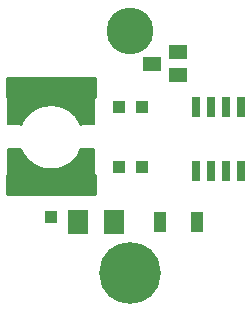
<source format=gts>
G75*
%MOIN*%
%OFA0B0*%
%FSLAX25Y25*%
%IPPOS*%
%LPD*%
%AMOC8*
5,1,8,0,0,1.08239X$1,22.5*
%
%ADD10C,0.01000*%
%ADD11R,0.05600X0.05600*%
%ADD12C,0.00500*%
%ADD13C,0.00160*%
%ADD14R,0.06112X0.04537*%
%ADD15R,0.04143X0.06899*%
%ADD16R,0.02765X0.06506*%
%ADD17R,0.06899X0.08080*%
%ADD18C,0.15600*%
%ADD19C,0.20600*%
%ADD20R,0.04362X0.04362*%
D10*
X0046125Y0039938D02*
X0046125Y0046187D01*
X0075188Y0046187D01*
X0075188Y0039938D01*
X0046125Y0039938D01*
X0046125Y0040442D02*
X0075188Y0040442D01*
X0075188Y0041440D02*
X0046125Y0041440D01*
X0046125Y0042439D02*
X0075188Y0042439D01*
X0075188Y0043437D02*
X0046125Y0043437D01*
X0046125Y0044436D02*
X0075188Y0044436D01*
X0075188Y0045434D02*
X0046125Y0045434D01*
X0046125Y0072438D02*
X0046125Y0078688D01*
X0075188Y0078688D01*
X0075188Y0072438D01*
X0046125Y0072438D01*
X0046125Y0073393D02*
X0075188Y0073393D01*
X0075188Y0074391D02*
X0046125Y0074391D01*
X0046125Y0075390D02*
X0075188Y0075390D01*
X0075188Y0076388D02*
X0046125Y0076388D01*
X0046125Y0077387D02*
X0075188Y0077387D01*
X0075188Y0078385D02*
X0046125Y0078385D01*
D11*
X0072311Y0070811D03*
X0072311Y0047189D03*
D12*
X0074870Y0047363D02*
X0046130Y0047363D01*
X0046130Y0046865D02*
X0074870Y0046865D01*
X0074870Y0046366D02*
X0046130Y0046366D01*
X0046130Y0045868D02*
X0074870Y0045868D01*
X0074870Y0045369D02*
X0046130Y0045369D01*
X0046130Y0044870D02*
X0074870Y0044870D01*
X0074870Y0044630D02*
X0074870Y0054866D01*
X0070343Y0054866D01*
X0070021Y0053583D01*
X0069493Y0052371D01*
X0068773Y0051261D01*
X0067881Y0050284D01*
X0066841Y0049467D01*
X0065681Y0048832D01*
X0064432Y0048396D01*
X0063129Y0048170D01*
X0061806Y0048162D01*
X0060500Y0048370D01*
X0059201Y0048209D01*
X0057894Y0048253D01*
X0056609Y0048501D01*
X0055379Y0048947D01*
X0054233Y0049580D01*
X0053201Y0050384D01*
X0052308Y0051340D01*
X0051574Y0052424D01*
X0051020Y0053609D01*
X0050657Y0054866D01*
X0046130Y0054866D01*
X0046130Y0044630D01*
X0074870Y0044630D01*
X0074870Y0047862D02*
X0046130Y0047862D01*
X0046130Y0048360D02*
X0057338Y0048360D01*
X0055622Y0048859D02*
X0046130Y0048859D01*
X0046130Y0049357D02*
X0054636Y0049357D01*
X0053879Y0049856D02*
X0046130Y0049856D01*
X0046130Y0050354D02*
X0053239Y0050354D01*
X0052763Y0050853D02*
X0046130Y0050853D01*
X0046130Y0051351D02*
X0052300Y0051351D01*
X0051963Y0051850D02*
X0046130Y0051850D01*
X0046130Y0052348D02*
X0051625Y0052348D01*
X0051376Y0052847D02*
X0046130Y0052847D01*
X0046130Y0053345D02*
X0051143Y0053345D01*
X0050952Y0053844D02*
X0046130Y0053844D01*
X0046130Y0054342D02*
X0050808Y0054342D01*
X0050665Y0054841D02*
X0046130Y0054841D01*
X0046130Y0063134D02*
X0046130Y0073370D01*
X0074870Y0073370D01*
X0074870Y0063134D01*
X0070343Y0063134D01*
X0069980Y0064391D01*
X0069426Y0065576D01*
X0068692Y0066660D01*
X0067799Y0067616D01*
X0066767Y0068420D01*
X0065621Y0069053D01*
X0064391Y0069499D01*
X0063106Y0069747D01*
X0061799Y0069791D01*
X0060500Y0069630D01*
X0059194Y0069838D01*
X0057871Y0069830D01*
X0056568Y0069604D01*
X0055319Y0069168D01*
X0054159Y0068533D01*
X0053119Y0067716D01*
X0052227Y0066739D01*
X0051507Y0065629D01*
X0050979Y0064417D01*
X0050657Y0063134D01*
X0046130Y0063134D01*
X0046130Y0063315D02*
X0050703Y0063315D01*
X0050828Y0063814D02*
X0046130Y0063814D01*
X0046130Y0064312D02*
X0050953Y0064312D01*
X0051151Y0064811D02*
X0046130Y0064811D01*
X0046130Y0065309D02*
X0051368Y0065309D01*
X0051623Y0065808D02*
X0046130Y0065808D01*
X0046130Y0066306D02*
X0051947Y0066306D01*
X0052287Y0066805D02*
X0046130Y0066805D01*
X0046130Y0067303D02*
X0052743Y0067303D01*
X0053229Y0067802D02*
X0046130Y0067802D01*
X0046130Y0068301D02*
X0053864Y0068301D01*
X0054646Y0068799D02*
X0046130Y0068799D01*
X0046130Y0069298D02*
X0055691Y0069298D01*
X0057677Y0069796D02*
X0046130Y0069796D01*
X0046130Y0070295D02*
X0074870Y0070295D01*
X0074870Y0070793D02*
X0046130Y0070793D01*
X0046130Y0071292D02*
X0074870Y0071292D01*
X0074870Y0071790D02*
X0046130Y0071790D01*
X0046130Y0072289D02*
X0074870Y0072289D01*
X0074870Y0072787D02*
X0046130Y0072787D01*
X0046130Y0073286D02*
X0074870Y0073286D01*
X0074870Y0069796D02*
X0059459Y0069796D01*
X0064947Y0069298D02*
X0074870Y0069298D01*
X0074870Y0068799D02*
X0066081Y0068799D01*
X0066920Y0068301D02*
X0074870Y0068301D01*
X0074870Y0067802D02*
X0067560Y0067802D01*
X0068091Y0067303D02*
X0074870Y0067303D01*
X0074870Y0066805D02*
X0068557Y0066805D01*
X0068932Y0066306D02*
X0074870Y0066306D01*
X0074870Y0065808D02*
X0069269Y0065808D01*
X0069551Y0065309D02*
X0074870Y0065309D01*
X0074870Y0064811D02*
X0069784Y0064811D01*
X0070003Y0064312D02*
X0074870Y0064312D01*
X0074870Y0063814D02*
X0070147Y0063814D01*
X0070290Y0063315D02*
X0074870Y0063315D01*
X0074870Y0054841D02*
X0070336Y0054841D01*
X0070211Y0054342D02*
X0074870Y0054342D01*
X0074870Y0053844D02*
X0070086Y0053844D01*
X0069917Y0053345D02*
X0074870Y0053345D01*
X0074870Y0052847D02*
X0069700Y0052847D01*
X0069478Y0052348D02*
X0074870Y0052348D01*
X0074870Y0051850D02*
X0069155Y0051850D01*
X0068831Y0051351D02*
X0074870Y0051351D01*
X0074870Y0050853D02*
X0068400Y0050853D01*
X0067944Y0050354D02*
X0074870Y0050354D01*
X0074870Y0049856D02*
X0067335Y0049856D01*
X0066639Y0049357D02*
X0074870Y0049357D01*
X0074870Y0048859D02*
X0065729Y0048859D01*
X0064225Y0048360D02*
X0074870Y0048360D01*
X0060563Y0048360D02*
X0060419Y0048360D01*
D13*
X0071604Y0063643D02*
X0070277Y0063085D01*
X0070172Y0063323D01*
X0070060Y0063558D01*
X0069944Y0063790D01*
X0069821Y0064019D01*
X0069693Y0064245D01*
X0069559Y0064468D01*
X0069420Y0064688D01*
X0069276Y0064904D01*
X0069126Y0065117D01*
X0068972Y0065326D01*
X0068812Y0065531D01*
X0068647Y0065732D01*
X0068478Y0065929D01*
X0068304Y0066122D01*
X0068125Y0066310D01*
X0067941Y0066494D01*
X0067753Y0066674D01*
X0067561Y0066849D01*
X0067364Y0067019D01*
X0067164Y0067184D01*
X0066959Y0067345D01*
X0066751Y0067500D01*
X0066539Y0067650D01*
X0066323Y0067796D01*
X0066104Y0067935D01*
X0065882Y0068070D01*
X0065656Y0068198D01*
X0065427Y0068322D01*
X0065195Y0068440D01*
X0064961Y0068552D01*
X0064724Y0068658D01*
X0064484Y0068758D01*
X0064242Y0068853D01*
X0063997Y0068942D01*
X0063751Y0069024D01*
X0063503Y0069101D01*
X0063252Y0069171D01*
X0063001Y0069236D01*
X0062747Y0069294D01*
X0062493Y0069346D01*
X0062237Y0069392D01*
X0061980Y0069432D01*
X0061722Y0069465D01*
X0061463Y0069492D01*
X0061204Y0069513D01*
X0060945Y0069527D01*
X0060685Y0069535D01*
X0060425Y0069537D01*
X0060165Y0069532D01*
X0059906Y0069521D01*
X0059646Y0069504D01*
X0059387Y0069480D01*
X0059129Y0069450D01*
X0058872Y0069414D01*
X0058615Y0069372D01*
X0058360Y0069323D01*
X0058106Y0069268D01*
X0057853Y0069207D01*
X0057602Y0069140D01*
X0057353Y0069066D01*
X0057105Y0068987D01*
X0056860Y0068901D01*
X0056617Y0068810D01*
X0056375Y0068713D01*
X0056137Y0068610D01*
X0055901Y0068501D01*
X0055668Y0068386D01*
X0055437Y0068266D01*
X0055210Y0068140D01*
X0054986Y0068008D01*
X0054765Y0067872D01*
X0054547Y0067729D01*
X0054333Y0067582D01*
X0054123Y0067429D01*
X0053916Y0067272D01*
X0053713Y0067109D01*
X0053515Y0066941D01*
X0053320Y0066769D01*
X0053130Y0066592D01*
X0052944Y0066410D01*
X0052762Y0066224D01*
X0052586Y0066033D01*
X0052413Y0065839D01*
X0052246Y0065640D01*
X0052084Y0065437D01*
X0051926Y0065230D01*
X0051774Y0065019D01*
X0051627Y0064805D01*
X0051485Y0064587D01*
X0051349Y0064366D01*
X0051217Y0064142D01*
X0051092Y0063914D01*
X0050972Y0063683D01*
X0050858Y0063450D01*
X0050749Y0063214D01*
X0050646Y0062975D01*
X0049313Y0063518D01*
X0049429Y0063790D01*
X0049552Y0064058D01*
X0049682Y0064323D01*
X0049818Y0064585D01*
X0049960Y0064844D01*
X0050109Y0065099D01*
X0050264Y0065351D01*
X0050425Y0065598D01*
X0050592Y0065842D01*
X0050765Y0066081D01*
X0050943Y0066316D01*
X0051128Y0066547D01*
X0051318Y0066773D01*
X0051513Y0066994D01*
X0051714Y0067211D01*
X0051920Y0067422D01*
X0052131Y0067629D01*
X0052347Y0067830D01*
X0052568Y0068026D01*
X0052793Y0068217D01*
X0053023Y0068402D01*
X0053258Y0068581D01*
X0053497Y0068754D01*
X0053740Y0068922D01*
X0053987Y0069084D01*
X0054238Y0069239D01*
X0054493Y0069389D01*
X0054751Y0069532D01*
X0055013Y0069669D01*
X0055278Y0069799D01*
X0055546Y0069923D01*
X0055817Y0070040D01*
X0056091Y0070151D01*
X0056367Y0070255D01*
X0056646Y0070352D01*
X0056927Y0070442D01*
X0057210Y0070525D01*
X0057495Y0070602D01*
X0057782Y0070671D01*
X0058071Y0070734D01*
X0058361Y0070789D01*
X0058652Y0070837D01*
X0058945Y0070879D01*
X0059238Y0070913D01*
X0059532Y0070939D01*
X0059827Y0070959D01*
X0060122Y0070972D01*
X0060417Y0070977D01*
X0060712Y0070975D01*
X0061007Y0070966D01*
X0061302Y0070949D01*
X0061597Y0070926D01*
X0061890Y0070895D01*
X0062183Y0070857D01*
X0062475Y0070812D01*
X0062766Y0070760D01*
X0063055Y0070701D01*
X0063343Y0070635D01*
X0063629Y0070561D01*
X0063913Y0070481D01*
X0064195Y0070394D01*
X0064475Y0070300D01*
X0064752Y0070199D01*
X0065027Y0070092D01*
X0065300Y0069978D01*
X0065569Y0069857D01*
X0065836Y0069729D01*
X0066099Y0069596D01*
X0066359Y0069455D01*
X0066615Y0069309D01*
X0066868Y0069156D01*
X0067117Y0068997D01*
X0067362Y0068832D01*
X0067602Y0068662D01*
X0067839Y0068485D01*
X0068071Y0068303D01*
X0068299Y0068115D01*
X0068522Y0067921D01*
X0068740Y0067722D01*
X0068954Y0067518D01*
X0069162Y0067309D01*
X0069365Y0067095D01*
X0069563Y0066875D01*
X0069755Y0066651D01*
X0069942Y0066423D01*
X0070124Y0066190D01*
X0070299Y0065952D01*
X0070469Y0065711D01*
X0070633Y0065465D01*
X0070790Y0065215D01*
X0070942Y0064962D01*
X0071087Y0064705D01*
X0071226Y0064444D01*
X0071359Y0064181D01*
X0071485Y0063914D01*
X0071605Y0063644D01*
X0071465Y0063585D01*
X0071347Y0063852D01*
X0071223Y0064115D01*
X0071092Y0064376D01*
X0070954Y0064633D01*
X0070811Y0064887D01*
X0070661Y0065137D01*
X0070506Y0065384D01*
X0070344Y0065626D01*
X0070176Y0065865D01*
X0070003Y0066099D01*
X0069824Y0066329D01*
X0069639Y0066555D01*
X0069449Y0066776D01*
X0069254Y0066993D01*
X0069053Y0067204D01*
X0068848Y0067411D01*
X0068637Y0067612D01*
X0068421Y0067809D01*
X0068201Y0068000D01*
X0067976Y0068185D01*
X0067747Y0068365D01*
X0067513Y0068540D01*
X0067275Y0068708D01*
X0067033Y0068871D01*
X0066788Y0069028D01*
X0066538Y0069179D01*
X0066285Y0069324D01*
X0066028Y0069462D01*
X0065768Y0069594D01*
X0065505Y0069720D01*
X0065239Y0069839D01*
X0064970Y0069952D01*
X0064699Y0070058D01*
X0064425Y0070158D01*
X0064148Y0070250D01*
X0063870Y0070336D01*
X0063589Y0070416D01*
X0063307Y0070488D01*
X0063023Y0070553D01*
X0062737Y0070612D01*
X0062450Y0070663D01*
X0062162Y0070708D01*
X0061873Y0070745D01*
X0061583Y0070775D01*
X0061292Y0070799D01*
X0061001Y0070815D01*
X0060709Y0070824D01*
X0060418Y0070826D01*
X0060126Y0070821D01*
X0059835Y0070808D01*
X0059544Y0070789D01*
X0059254Y0070762D01*
X0058964Y0070729D01*
X0058675Y0070688D01*
X0058388Y0070640D01*
X0058101Y0070586D01*
X0057816Y0070524D01*
X0057533Y0070456D01*
X0057251Y0070380D01*
X0056972Y0070298D01*
X0056694Y0070209D01*
X0056419Y0070113D01*
X0056146Y0070010D01*
X0055875Y0069901D01*
X0055608Y0069785D01*
X0055343Y0069663D01*
X0055082Y0069534D01*
X0054823Y0069399D01*
X0054568Y0069258D01*
X0054317Y0069110D01*
X0054069Y0068957D01*
X0053825Y0068797D01*
X0053585Y0068632D01*
X0053349Y0068460D01*
X0053117Y0068283D01*
X0052890Y0068101D01*
X0052667Y0067912D01*
X0052449Y0067719D01*
X0052236Y0067520D01*
X0052027Y0067316D01*
X0051824Y0067107D01*
X0051626Y0066894D01*
X0051433Y0066675D01*
X0051245Y0066452D01*
X0051063Y0066224D01*
X0050887Y0065992D01*
X0050716Y0065755D01*
X0050551Y0065515D01*
X0050392Y0065271D01*
X0050239Y0065022D01*
X0050092Y0064770D01*
X0049952Y0064515D01*
X0049817Y0064256D01*
X0049689Y0063994D01*
X0049568Y0063729D01*
X0049452Y0063461D01*
X0049592Y0063404D01*
X0049706Y0063669D01*
X0049826Y0063931D01*
X0049952Y0064189D01*
X0050085Y0064445D01*
X0050224Y0064697D01*
X0050369Y0064945D01*
X0050520Y0065190D01*
X0050677Y0065432D01*
X0050840Y0065669D01*
X0051008Y0065903D01*
X0051183Y0066132D01*
X0051362Y0066357D01*
X0051548Y0066577D01*
X0051738Y0066793D01*
X0051934Y0067004D01*
X0052135Y0067210D01*
X0052340Y0067411D01*
X0052551Y0067608D01*
X0052766Y0067799D01*
X0052986Y0067984D01*
X0053211Y0068165D01*
X0053439Y0068339D01*
X0053672Y0068509D01*
X0053909Y0068672D01*
X0054150Y0068830D01*
X0054395Y0068981D01*
X0054643Y0069127D01*
X0054895Y0069266D01*
X0055150Y0069400D01*
X0055408Y0069527D01*
X0055670Y0069647D01*
X0055934Y0069762D01*
X0056201Y0069869D01*
X0056470Y0069971D01*
X0056742Y0070065D01*
X0057016Y0070153D01*
X0057292Y0070235D01*
X0057571Y0070309D01*
X0057850Y0070377D01*
X0058132Y0070438D01*
X0058414Y0070492D01*
X0058698Y0070539D01*
X0058983Y0070579D01*
X0059269Y0070612D01*
X0059556Y0070638D01*
X0059843Y0070658D01*
X0060131Y0070670D01*
X0060419Y0070675D01*
X0060707Y0070673D01*
X0060994Y0070664D01*
X0061282Y0070648D01*
X0061569Y0070625D01*
X0061855Y0070595D01*
X0062140Y0070558D01*
X0062425Y0070514D01*
X0062708Y0070464D01*
X0062990Y0070406D01*
X0063271Y0070341D01*
X0063550Y0070270D01*
X0063827Y0070192D01*
X0064102Y0070107D01*
X0064375Y0070015D01*
X0064645Y0069917D01*
X0064913Y0069812D01*
X0065179Y0069701D01*
X0065442Y0069583D01*
X0065701Y0069459D01*
X0065958Y0069328D01*
X0066211Y0069192D01*
X0066461Y0069049D01*
X0066708Y0068900D01*
X0066950Y0068745D01*
X0067189Y0068585D01*
X0067424Y0068418D01*
X0067655Y0068246D01*
X0067881Y0068068D01*
X0068103Y0067885D01*
X0068321Y0067696D01*
X0068533Y0067502D01*
X0068741Y0067303D01*
X0068944Y0067099D01*
X0069143Y0066891D01*
X0069335Y0066677D01*
X0069523Y0066459D01*
X0069705Y0066236D01*
X0069882Y0066009D01*
X0070053Y0065777D01*
X0070219Y0065542D01*
X0070378Y0065302D01*
X0070532Y0065059D01*
X0070680Y0064812D01*
X0070822Y0064561D01*
X0070957Y0064307D01*
X0071087Y0064050D01*
X0071210Y0063790D01*
X0071326Y0063527D01*
X0071187Y0063468D01*
X0071072Y0063728D01*
X0070950Y0063985D01*
X0070823Y0064239D01*
X0070689Y0064489D01*
X0070549Y0064737D01*
X0070403Y0064980D01*
X0070251Y0065221D01*
X0070094Y0065457D01*
X0069930Y0065690D01*
X0069761Y0065918D01*
X0069587Y0066142D01*
X0069407Y0066362D01*
X0069222Y0066578D01*
X0069031Y0066789D01*
X0068836Y0066995D01*
X0068635Y0067196D01*
X0068430Y0067392D01*
X0068220Y0067584D01*
X0068005Y0067770D01*
X0067786Y0067951D01*
X0067562Y0068126D01*
X0067335Y0068296D01*
X0067103Y0068461D01*
X0066867Y0068619D01*
X0066627Y0068772D01*
X0066384Y0068919D01*
X0066138Y0069060D01*
X0065887Y0069195D01*
X0065634Y0069324D01*
X0065378Y0069446D01*
X0065118Y0069562D01*
X0064856Y0069672D01*
X0064592Y0069776D01*
X0064325Y0069873D01*
X0064055Y0069963D01*
X0063784Y0070047D01*
X0063510Y0070124D01*
X0063235Y0070195D01*
X0062958Y0070258D01*
X0062680Y0070315D01*
X0062400Y0070365D01*
X0062119Y0070409D01*
X0061837Y0070445D01*
X0061555Y0070475D01*
X0061271Y0070497D01*
X0060988Y0070513D01*
X0060704Y0070522D01*
X0060420Y0070524D01*
X0060135Y0070519D01*
X0059852Y0070507D01*
X0059568Y0070488D01*
X0059285Y0070462D01*
X0059003Y0070429D01*
X0058721Y0070390D01*
X0058441Y0070343D01*
X0058162Y0070290D01*
X0057884Y0070230D01*
X0057608Y0070163D01*
X0057334Y0070089D01*
X0057061Y0070009D01*
X0056790Y0069922D01*
X0056522Y0069829D01*
X0056256Y0069729D01*
X0055993Y0069622D01*
X0055732Y0069510D01*
X0055474Y0069391D01*
X0055219Y0069265D01*
X0054967Y0069134D01*
X0054718Y0068996D01*
X0054473Y0068852D01*
X0054232Y0068702D01*
X0053994Y0068547D01*
X0053760Y0068386D01*
X0053530Y0068219D01*
X0053304Y0068046D01*
X0053083Y0067868D01*
X0052866Y0067685D01*
X0052653Y0067496D01*
X0052445Y0067303D01*
X0052242Y0067104D01*
X0052044Y0066900D01*
X0051850Y0066692D01*
X0051662Y0066479D01*
X0051480Y0066261D01*
X0051302Y0066040D01*
X0051130Y0065813D01*
X0050964Y0065583D01*
X0050803Y0065349D01*
X0050648Y0065110D01*
X0050499Y0064869D01*
X0050356Y0064623D01*
X0050219Y0064374D01*
X0050088Y0064122D01*
X0049963Y0063867D01*
X0049844Y0063609D01*
X0049732Y0063347D01*
X0049872Y0063290D01*
X0049983Y0063548D01*
X0050100Y0063803D01*
X0050223Y0064055D01*
X0050352Y0064304D01*
X0050488Y0064549D01*
X0050629Y0064792D01*
X0050776Y0065030D01*
X0050929Y0065265D01*
X0051088Y0065497D01*
X0051252Y0065724D01*
X0051422Y0065947D01*
X0051597Y0066166D01*
X0051777Y0066381D01*
X0051963Y0066591D01*
X0052154Y0066797D01*
X0052349Y0066998D01*
X0052550Y0067194D01*
X0052755Y0067385D01*
X0052965Y0067571D01*
X0053179Y0067752D01*
X0053398Y0067928D01*
X0053621Y0068098D01*
X0053848Y0068263D01*
X0054079Y0068422D01*
X0054313Y0068575D01*
X0054552Y0068723D01*
X0054794Y0068865D01*
X0055039Y0069001D01*
X0055288Y0069131D01*
X0055539Y0069254D01*
X0055794Y0069372D01*
X0056051Y0069483D01*
X0056311Y0069588D01*
X0056574Y0069687D01*
X0056839Y0069779D01*
X0057106Y0069865D01*
X0057375Y0069944D01*
X0057646Y0070017D01*
X0057918Y0070083D01*
X0058192Y0070142D01*
X0058468Y0070195D01*
X0058744Y0070240D01*
X0059022Y0070280D01*
X0059301Y0070312D01*
X0059580Y0070337D01*
X0059860Y0070356D01*
X0060140Y0070368D01*
X0060420Y0070373D01*
X0060701Y0070371D01*
X0060981Y0070362D01*
X0061261Y0070347D01*
X0061541Y0070324D01*
X0061820Y0070295D01*
X0062098Y0070259D01*
X0062375Y0070217D01*
X0062651Y0070167D01*
X0062926Y0070111D01*
X0063199Y0070048D01*
X0063471Y0069978D01*
X0063741Y0069902D01*
X0064009Y0069819D01*
X0064275Y0069730D01*
X0064538Y0069635D01*
X0064799Y0069532D01*
X0065058Y0069424D01*
X0065314Y0069309D01*
X0065567Y0069188D01*
X0065817Y0069061D01*
X0066064Y0068928D01*
X0066307Y0068789D01*
X0066547Y0068644D01*
X0066784Y0068493D01*
X0067017Y0068337D01*
X0067245Y0068174D01*
X0067470Y0068007D01*
X0067691Y0067834D01*
X0067907Y0067655D01*
X0068119Y0067471D01*
X0068326Y0067283D01*
X0068529Y0067089D01*
X0068727Y0066890D01*
X0068920Y0066687D01*
X0069108Y0066478D01*
X0069291Y0066266D01*
X0069468Y0066049D01*
X0069641Y0065827D01*
X0069807Y0065602D01*
X0069969Y0065372D01*
X0070124Y0065139D01*
X0070274Y0064902D01*
X0070418Y0064661D01*
X0070556Y0064417D01*
X0070688Y0064170D01*
X0070814Y0063919D01*
X0070934Y0063666D01*
X0071048Y0063409D01*
X0070909Y0063351D01*
X0070796Y0063604D01*
X0070678Y0063854D01*
X0070554Y0064101D01*
X0070423Y0064345D01*
X0070287Y0064586D01*
X0070145Y0064824D01*
X0069997Y0065058D01*
X0069843Y0065288D01*
X0069684Y0065514D01*
X0069520Y0065737D01*
X0069350Y0065955D01*
X0069174Y0066169D01*
X0068994Y0066379D01*
X0068809Y0066585D01*
X0068618Y0066785D01*
X0068423Y0066981D01*
X0068223Y0067173D01*
X0068018Y0067359D01*
X0067809Y0067540D01*
X0067596Y0067716D01*
X0067378Y0067887D01*
X0067156Y0068053D01*
X0066930Y0068213D01*
X0066701Y0068367D01*
X0066467Y0068516D01*
X0066230Y0068659D01*
X0065990Y0068796D01*
X0065747Y0068928D01*
X0065500Y0069053D01*
X0065250Y0069172D01*
X0064998Y0069286D01*
X0064742Y0069393D01*
X0064485Y0069493D01*
X0064225Y0069588D01*
X0063962Y0069676D01*
X0063698Y0069757D01*
X0063431Y0069833D01*
X0063163Y0069901D01*
X0062894Y0069963D01*
X0062622Y0070019D01*
X0062350Y0070068D01*
X0062077Y0070110D01*
X0061802Y0070145D01*
X0061527Y0070174D01*
X0061251Y0070196D01*
X0060975Y0070211D01*
X0060698Y0070220D01*
X0060421Y0070222D01*
X0060145Y0070217D01*
X0059868Y0070205D01*
X0059592Y0070187D01*
X0059316Y0070162D01*
X0059041Y0070130D01*
X0058767Y0070091D01*
X0058494Y0070046D01*
X0058223Y0069994D01*
X0057952Y0069936D01*
X0057683Y0069870D01*
X0057416Y0069799D01*
X0057150Y0069721D01*
X0056887Y0069636D01*
X0056625Y0069545D01*
X0056366Y0069448D01*
X0056110Y0069344D01*
X0055856Y0069234D01*
X0055605Y0069118D01*
X0055356Y0068996D01*
X0055111Y0068868D01*
X0054869Y0068734D01*
X0054630Y0068594D01*
X0054395Y0068448D01*
X0054163Y0068297D01*
X0053935Y0068140D01*
X0053711Y0067977D01*
X0053491Y0067809D01*
X0053276Y0067636D01*
X0053064Y0067457D01*
X0052857Y0067274D01*
X0052655Y0067085D01*
X0052457Y0066892D01*
X0052264Y0066693D01*
X0052075Y0066491D01*
X0051892Y0066283D01*
X0051714Y0066071D01*
X0051541Y0065855D01*
X0051374Y0065635D01*
X0051212Y0065410D01*
X0051055Y0065182D01*
X0050904Y0064950D01*
X0050759Y0064715D01*
X0050619Y0064476D01*
X0050486Y0064233D01*
X0050358Y0063988D01*
X0050237Y0063739D01*
X0050121Y0063488D01*
X0050012Y0063234D01*
X0050152Y0063177D01*
X0050260Y0063427D01*
X0050374Y0063675D01*
X0050494Y0063921D01*
X0050619Y0064163D01*
X0050751Y0064402D01*
X0050889Y0064638D01*
X0051032Y0064870D01*
X0051181Y0065099D01*
X0051336Y0065324D01*
X0051496Y0065546D01*
X0051661Y0065763D01*
X0051831Y0065976D01*
X0052007Y0066185D01*
X0052188Y0066390D01*
X0052374Y0066590D01*
X0052564Y0066786D01*
X0052759Y0066976D01*
X0052959Y0067162D01*
X0053163Y0067344D01*
X0053372Y0067520D01*
X0053585Y0067691D01*
X0053802Y0067856D01*
X0054023Y0068017D01*
X0054248Y0068172D01*
X0054476Y0068321D01*
X0054708Y0068465D01*
X0054944Y0068603D01*
X0055183Y0068735D01*
X0055425Y0068862D01*
X0055670Y0068982D01*
X0055918Y0069097D01*
X0056168Y0069205D01*
X0056422Y0069307D01*
X0056677Y0069403D01*
X0056935Y0069493D01*
X0057195Y0069576D01*
X0057457Y0069654D01*
X0057721Y0069724D01*
X0057986Y0069788D01*
X0058253Y0069846D01*
X0058521Y0069897D01*
X0058790Y0069942D01*
X0059061Y0069980D01*
X0059332Y0070011D01*
X0059604Y0070036D01*
X0059876Y0070054D01*
X0060149Y0070066D01*
X0060422Y0070071D01*
X0060695Y0070069D01*
X0060968Y0070061D01*
X0061241Y0070045D01*
X0061513Y0070024D01*
X0061784Y0069995D01*
X0062055Y0069960D01*
X0062325Y0069919D01*
X0062594Y0069871D01*
X0062861Y0069816D01*
X0063127Y0069755D01*
X0063392Y0069687D01*
X0063655Y0069613D01*
X0063916Y0069532D01*
X0064174Y0069445D01*
X0064431Y0069352D01*
X0064685Y0069253D01*
X0064937Y0069147D01*
X0065186Y0069036D01*
X0065433Y0068918D01*
X0065676Y0068794D01*
X0065916Y0068665D01*
X0066154Y0068529D01*
X0066387Y0068388D01*
X0066617Y0068241D01*
X0066844Y0068089D01*
X0067067Y0067931D01*
X0067286Y0067768D01*
X0067500Y0067599D01*
X0067711Y0067425D01*
X0067917Y0067247D01*
X0068119Y0067063D01*
X0068317Y0066874D01*
X0068509Y0066681D01*
X0068697Y0066482D01*
X0068880Y0066280D01*
X0069058Y0066073D01*
X0069231Y0065862D01*
X0069399Y0065646D01*
X0069561Y0065427D01*
X0069718Y0065203D01*
X0069870Y0064976D01*
X0070016Y0064745D01*
X0070156Y0064511D01*
X0070291Y0064273D01*
X0070419Y0064033D01*
X0070542Y0063789D01*
X0070659Y0063542D01*
X0070769Y0063292D01*
X0070630Y0063234D01*
X0070521Y0063480D01*
X0070406Y0063723D01*
X0070285Y0063964D01*
X0070158Y0064202D01*
X0070025Y0064436D01*
X0069887Y0064667D01*
X0069743Y0064895D01*
X0069593Y0065119D01*
X0069438Y0065339D01*
X0069278Y0065556D01*
X0069113Y0065768D01*
X0068942Y0065976D01*
X0068766Y0066181D01*
X0068586Y0066380D01*
X0068401Y0066576D01*
X0068210Y0066767D01*
X0068016Y0066953D01*
X0067817Y0067134D01*
X0067613Y0067310D01*
X0067405Y0067482D01*
X0067193Y0067648D01*
X0066977Y0067809D01*
X0066758Y0067965D01*
X0066534Y0068115D01*
X0066307Y0068260D01*
X0066077Y0068399D01*
X0065843Y0068533D01*
X0065606Y0068661D01*
X0065366Y0068783D01*
X0065123Y0068899D01*
X0064877Y0069009D01*
X0064628Y0069113D01*
X0064378Y0069211D01*
X0064124Y0069303D01*
X0063869Y0069389D01*
X0063612Y0069468D01*
X0063352Y0069541D01*
X0063092Y0069608D01*
X0062829Y0069668D01*
X0062565Y0069722D01*
X0062300Y0069770D01*
X0062034Y0069811D01*
X0061767Y0069845D01*
X0061499Y0069873D01*
X0061230Y0069895D01*
X0060962Y0069910D01*
X0060692Y0069918D01*
X0060423Y0069920D01*
X0060154Y0069915D01*
X0059885Y0069904D01*
X0059616Y0069886D01*
X0059348Y0069861D01*
X0059080Y0069830D01*
X0058813Y0069793D01*
X0058548Y0069749D01*
X0058283Y0069698D01*
X0058020Y0069641D01*
X0057758Y0069578D01*
X0057498Y0069508D01*
X0057240Y0069432D01*
X0056983Y0069350D01*
X0056729Y0069261D01*
X0056477Y0069167D01*
X0056227Y0069066D01*
X0055980Y0068959D01*
X0055735Y0068846D01*
X0055493Y0068727D01*
X0055255Y0068602D01*
X0055019Y0068472D01*
X0054787Y0068336D01*
X0054558Y0068194D01*
X0054332Y0068047D01*
X0054111Y0067894D01*
X0053893Y0067736D01*
X0053679Y0067572D01*
X0053469Y0067404D01*
X0053263Y0067230D01*
X0053061Y0067051D01*
X0052864Y0066868D01*
X0052671Y0066679D01*
X0052484Y0066486D01*
X0052300Y0066289D01*
X0052122Y0066087D01*
X0051949Y0065881D01*
X0051780Y0065671D01*
X0051617Y0065456D01*
X0051460Y0065238D01*
X0051307Y0065016D01*
X0051160Y0064790D01*
X0051019Y0064561D01*
X0050883Y0064328D01*
X0050753Y0064093D01*
X0050629Y0063854D01*
X0050510Y0063612D01*
X0050398Y0063367D01*
X0050291Y0063120D01*
X0050431Y0063063D01*
X0050536Y0063307D01*
X0050647Y0063548D01*
X0050764Y0063786D01*
X0050887Y0064022D01*
X0051015Y0064255D01*
X0051149Y0064484D01*
X0051288Y0064710D01*
X0051433Y0064933D01*
X0051584Y0065152D01*
X0051739Y0065367D01*
X0051900Y0065578D01*
X0052066Y0065786D01*
X0052237Y0065989D01*
X0052413Y0066188D01*
X0052593Y0066383D01*
X0052779Y0066573D01*
X0052969Y0066759D01*
X0053163Y0066940D01*
X0053362Y0067116D01*
X0053565Y0067287D01*
X0053772Y0067454D01*
X0053983Y0067615D01*
X0054198Y0067771D01*
X0054417Y0067922D01*
X0054639Y0068067D01*
X0054865Y0068207D01*
X0055094Y0068341D01*
X0055327Y0068470D01*
X0055562Y0068593D01*
X0055801Y0068710D01*
X0056042Y0068821D01*
X0056285Y0068927D01*
X0056532Y0069026D01*
X0056780Y0069119D01*
X0057031Y0069207D01*
X0057284Y0069288D01*
X0057539Y0069363D01*
X0057796Y0069432D01*
X0058054Y0069494D01*
X0058313Y0069550D01*
X0058574Y0069600D01*
X0058836Y0069643D01*
X0059099Y0069680D01*
X0059363Y0069711D01*
X0059628Y0069735D01*
X0059893Y0069753D01*
X0060158Y0069764D01*
X0060424Y0069769D01*
X0060689Y0069767D01*
X0060955Y0069759D01*
X0061220Y0069744D01*
X0061485Y0069723D01*
X0061749Y0069695D01*
X0062013Y0069661D01*
X0062275Y0069621D01*
X0062537Y0069574D01*
X0062797Y0069521D01*
X0063056Y0069461D01*
X0063313Y0069395D01*
X0063569Y0069323D01*
X0063822Y0069245D01*
X0064074Y0069160D01*
X0064324Y0069070D01*
X0064571Y0068973D01*
X0064816Y0068870D01*
X0065059Y0068762D01*
X0065298Y0068647D01*
X0065535Y0068527D01*
X0065769Y0068401D01*
X0066000Y0068269D01*
X0066227Y0068132D01*
X0066451Y0067989D01*
X0066671Y0067841D01*
X0066888Y0067687D01*
X0067101Y0067529D01*
X0067310Y0067365D01*
X0067515Y0067196D01*
X0067716Y0067022D01*
X0067912Y0066843D01*
X0068104Y0066659D01*
X0068292Y0066471D01*
X0068475Y0066278D01*
X0068653Y0066081D01*
X0068826Y0065880D01*
X0068994Y0065674D01*
X0069157Y0065465D01*
X0069315Y0065251D01*
X0069468Y0065034D01*
X0069616Y0064813D01*
X0069758Y0064589D01*
X0069894Y0064361D01*
X0070025Y0064130D01*
X0070150Y0063895D01*
X0070270Y0063658D01*
X0070383Y0063418D01*
X0070491Y0063175D01*
X0070352Y0063117D01*
X0070246Y0063356D01*
X0070134Y0063593D01*
X0070016Y0063827D01*
X0069892Y0064058D01*
X0069763Y0064286D01*
X0069629Y0064510D01*
X0069488Y0064732D01*
X0069343Y0064950D01*
X0069192Y0065164D01*
X0069037Y0065374D01*
X0068876Y0065581D01*
X0068710Y0065784D01*
X0068539Y0065982D01*
X0068363Y0066176D01*
X0068183Y0066366D01*
X0067998Y0066552D01*
X0067809Y0066733D01*
X0067615Y0066909D01*
X0067417Y0067081D01*
X0067215Y0067247D01*
X0067009Y0067409D01*
X0066799Y0067566D01*
X0066585Y0067717D01*
X0066368Y0067863D01*
X0066147Y0068004D01*
X0065923Y0068139D01*
X0065695Y0068269D01*
X0065465Y0068393D01*
X0065231Y0068512D01*
X0064995Y0068625D01*
X0064756Y0068732D01*
X0064514Y0068833D01*
X0064270Y0068929D01*
X0064024Y0069018D01*
X0063776Y0069101D01*
X0063526Y0069179D01*
X0063274Y0069250D01*
X0063020Y0069315D01*
X0062765Y0069373D01*
X0062508Y0069426D01*
X0062250Y0069472D01*
X0061991Y0069512D01*
X0061731Y0069545D01*
X0061471Y0069573D01*
X0061210Y0069594D01*
X0060948Y0069608D01*
X0060687Y0069616D01*
X0060425Y0069618D01*
X0060163Y0069613D01*
X0059901Y0069602D01*
X0059640Y0069585D01*
X0059379Y0069561D01*
X0059119Y0069531D01*
X0058859Y0069494D01*
X0058601Y0069451D01*
X0058344Y0069402D01*
X0058088Y0069347D01*
X0057833Y0069285D01*
X0057580Y0069218D01*
X0057329Y0069144D01*
X0057079Y0069064D01*
X0056832Y0068978D01*
X0056587Y0068885D01*
X0056344Y0068787D01*
X0056104Y0068683D01*
X0055866Y0068574D01*
X0055631Y0068458D01*
X0055399Y0068337D01*
X0055169Y0068210D01*
X0054944Y0068078D01*
X0054721Y0067940D01*
X0054502Y0067796D01*
X0054286Y0067648D01*
X0054074Y0067494D01*
X0053866Y0067335D01*
X0053661Y0067171D01*
X0053461Y0067002D01*
X0053265Y0066829D01*
X0053074Y0066650D01*
X0052886Y0066467D01*
X0052703Y0066279D01*
X0052525Y0066087D01*
X0052352Y0065891D01*
X0052183Y0065691D01*
X0052020Y0065486D01*
X0051861Y0065278D01*
X0051708Y0065066D01*
X0051559Y0064850D01*
X0051416Y0064630D01*
X0051279Y0064407D01*
X0051147Y0064181D01*
X0051020Y0063952D01*
X0050899Y0063719D01*
X0050784Y0063484D01*
X0050675Y0063246D01*
X0050571Y0063006D01*
X0049396Y0054357D02*
X0050723Y0054915D01*
X0050828Y0054677D01*
X0050940Y0054442D01*
X0051056Y0054210D01*
X0051179Y0053981D01*
X0051307Y0053755D01*
X0051441Y0053532D01*
X0051580Y0053312D01*
X0051724Y0053096D01*
X0051874Y0052883D01*
X0052028Y0052674D01*
X0052188Y0052469D01*
X0052353Y0052268D01*
X0052522Y0052071D01*
X0052696Y0051878D01*
X0052875Y0051690D01*
X0053059Y0051506D01*
X0053247Y0051326D01*
X0053439Y0051151D01*
X0053636Y0050981D01*
X0053836Y0050816D01*
X0054041Y0050655D01*
X0054249Y0050500D01*
X0054461Y0050350D01*
X0054677Y0050204D01*
X0054896Y0050065D01*
X0055118Y0049930D01*
X0055344Y0049802D01*
X0055573Y0049678D01*
X0055805Y0049560D01*
X0056039Y0049448D01*
X0056276Y0049342D01*
X0056516Y0049242D01*
X0056758Y0049147D01*
X0057003Y0049058D01*
X0057249Y0048976D01*
X0057497Y0048899D01*
X0057748Y0048829D01*
X0057999Y0048764D01*
X0058253Y0048706D01*
X0058507Y0048654D01*
X0058763Y0048608D01*
X0059020Y0048568D01*
X0059278Y0048535D01*
X0059537Y0048508D01*
X0059796Y0048487D01*
X0060055Y0048473D01*
X0060315Y0048465D01*
X0060575Y0048463D01*
X0060835Y0048468D01*
X0061094Y0048479D01*
X0061354Y0048496D01*
X0061613Y0048520D01*
X0061871Y0048550D01*
X0062128Y0048586D01*
X0062385Y0048628D01*
X0062640Y0048677D01*
X0062894Y0048732D01*
X0063147Y0048793D01*
X0063398Y0048860D01*
X0063647Y0048934D01*
X0063895Y0049013D01*
X0064140Y0049099D01*
X0064383Y0049190D01*
X0064625Y0049287D01*
X0064863Y0049390D01*
X0065099Y0049499D01*
X0065332Y0049614D01*
X0065563Y0049734D01*
X0065790Y0049860D01*
X0066014Y0049992D01*
X0066235Y0050128D01*
X0066453Y0050271D01*
X0066667Y0050418D01*
X0066877Y0050571D01*
X0067084Y0050728D01*
X0067287Y0050891D01*
X0067485Y0051059D01*
X0067680Y0051231D01*
X0067870Y0051408D01*
X0068056Y0051590D01*
X0068238Y0051776D01*
X0068414Y0051967D01*
X0068587Y0052161D01*
X0068754Y0052360D01*
X0068916Y0052563D01*
X0069074Y0052770D01*
X0069226Y0052981D01*
X0069373Y0053195D01*
X0069515Y0053413D01*
X0069651Y0053634D01*
X0069783Y0053858D01*
X0069908Y0054086D01*
X0070028Y0054317D01*
X0070142Y0054550D01*
X0070251Y0054786D01*
X0070354Y0055025D01*
X0071687Y0054482D01*
X0071571Y0054210D01*
X0071448Y0053942D01*
X0071318Y0053677D01*
X0071182Y0053415D01*
X0071040Y0053156D01*
X0070891Y0052901D01*
X0070736Y0052649D01*
X0070575Y0052402D01*
X0070408Y0052158D01*
X0070235Y0051919D01*
X0070057Y0051684D01*
X0069872Y0051453D01*
X0069682Y0051227D01*
X0069487Y0051006D01*
X0069286Y0050789D01*
X0069080Y0050578D01*
X0068869Y0050371D01*
X0068653Y0050170D01*
X0068432Y0049974D01*
X0068207Y0049783D01*
X0067977Y0049598D01*
X0067742Y0049419D01*
X0067503Y0049246D01*
X0067260Y0049078D01*
X0067013Y0048916D01*
X0066762Y0048761D01*
X0066507Y0048611D01*
X0066249Y0048468D01*
X0065987Y0048331D01*
X0065722Y0048201D01*
X0065454Y0048077D01*
X0065183Y0047960D01*
X0064909Y0047849D01*
X0064633Y0047745D01*
X0064354Y0047648D01*
X0064073Y0047558D01*
X0063790Y0047475D01*
X0063505Y0047398D01*
X0063218Y0047329D01*
X0062929Y0047266D01*
X0062639Y0047211D01*
X0062348Y0047163D01*
X0062055Y0047121D01*
X0061762Y0047087D01*
X0061468Y0047061D01*
X0061173Y0047041D01*
X0060878Y0047028D01*
X0060583Y0047023D01*
X0060288Y0047025D01*
X0059993Y0047034D01*
X0059698Y0047051D01*
X0059403Y0047074D01*
X0059110Y0047105D01*
X0058817Y0047143D01*
X0058525Y0047188D01*
X0058234Y0047240D01*
X0057945Y0047299D01*
X0057657Y0047365D01*
X0057371Y0047439D01*
X0057087Y0047519D01*
X0056805Y0047606D01*
X0056525Y0047700D01*
X0056248Y0047801D01*
X0055973Y0047908D01*
X0055700Y0048022D01*
X0055431Y0048143D01*
X0055164Y0048271D01*
X0054901Y0048404D01*
X0054641Y0048545D01*
X0054385Y0048691D01*
X0054132Y0048844D01*
X0053883Y0049003D01*
X0053638Y0049168D01*
X0053398Y0049338D01*
X0053161Y0049515D01*
X0052929Y0049697D01*
X0052701Y0049885D01*
X0052478Y0050079D01*
X0052260Y0050278D01*
X0052046Y0050482D01*
X0051838Y0050691D01*
X0051635Y0050905D01*
X0051437Y0051125D01*
X0051245Y0051349D01*
X0051058Y0051577D01*
X0050876Y0051810D01*
X0050701Y0052048D01*
X0050531Y0052289D01*
X0050367Y0052535D01*
X0050210Y0052785D01*
X0050058Y0053038D01*
X0049913Y0053295D01*
X0049774Y0053556D01*
X0049641Y0053819D01*
X0049515Y0054086D01*
X0049395Y0054356D01*
X0049535Y0054415D01*
X0049653Y0054148D01*
X0049777Y0053885D01*
X0049908Y0053624D01*
X0050046Y0053367D01*
X0050189Y0053113D01*
X0050339Y0052863D01*
X0050494Y0052616D01*
X0050656Y0052374D01*
X0050824Y0052135D01*
X0050997Y0051901D01*
X0051176Y0051671D01*
X0051361Y0051445D01*
X0051551Y0051224D01*
X0051746Y0051007D01*
X0051947Y0050796D01*
X0052152Y0050589D01*
X0052363Y0050388D01*
X0052579Y0050191D01*
X0052799Y0050000D01*
X0053024Y0049815D01*
X0053253Y0049635D01*
X0053487Y0049460D01*
X0053725Y0049292D01*
X0053967Y0049129D01*
X0054212Y0048972D01*
X0054462Y0048821D01*
X0054715Y0048676D01*
X0054972Y0048538D01*
X0055232Y0048406D01*
X0055495Y0048280D01*
X0055761Y0048161D01*
X0056030Y0048048D01*
X0056301Y0047942D01*
X0056575Y0047842D01*
X0056852Y0047750D01*
X0057130Y0047664D01*
X0057411Y0047584D01*
X0057693Y0047512D01*
X0057977Y0047447D01*
X0058263Y0047388D01*
X0058550Y0047337D01*
X0058838Y0047292D01*
X0059127Y0047255D01*
X0059417Y0047225D01*
X0059708Y0047201D01*
X0059999Y0047185D01*
X0060291Y0047176D01*
X0060582Y0047174D01*
X0060874Y0047179D01*
X0061165Y0047192D01*
X0061456Y0047211D01*
X0061746Y0047238D01*
X0062036Y0047271D01*
X0062325Y0047312D01*
X0062612Y0047360D01*
X0062899Y0047414D01*
X0063184Y0047476D01*
X0063467Y0047544D01*
X0063749Y0047620D01*
X0064028Y0047702D01*
X0064306Y0047791D01*
X0064581Y0047887D01*
X0064854Y0047990D01*
X0065125Y0048099D01*
X0065392Y0048215D01*
X0065657Y0048337D01*
X0065918Y0048466D01*
X0066177Y0048601D01*
X0066432Y0048742D01*
X0066683Y0048890D01*
X0066931Y0049043D01*
X0067175Y0049203D01*
X0067415Y0049368D01*
X0067651Y0049540D01*
X0067883Y0049717D01*
X0068110Y0049899D01*
X0068333Y0050088D01*
X0068551Y0050281D01*
X0068764Y0050480D01*
X0068973Y0050684D01*
X0069176Y0050893D01*
X0069374Y0051106D01*
X0069567Y0051325D01*
X0069755Y0051548D01*
X0069937Y0051776D01*
X0070113Y0052008D01*
X0070284Y0052245D01*
X0070449Y0052485D01*
X0070608Y0052729D01*
X0070761Y0052978D01*
X0070908Y0053230D01*
X0071048Y0053485D01*
X0071183Y0053744D01*
X0071311Y0054006D01*
X0071432Y0054271D01*
X0071548Y0054539D01*
X0071408Y0054596D01*
X0071294Y0054331D01*
X0071174Y0054069D01*
X0071048Y0053811D01*
X0070915Y0053555D01*
X0070776Y0053303D01*
X0070631Y0053055D01*
X0070480Y0052810D01*
X0070323Y0052568D01*
X0070160Y0052331D01*
X0069992Y0052097D01*
X0069817Y0051868D01*
X0069638Y0051643D01*
X0069452Y0051423D01*
X0069262Y0051207D01*
X0069066Y0050996D01*
X0068865Y0050790D01*
X0068660Y0050589D01*
X0068449Y0050392D01*
X0068234Y0050201D01*
X0068014Y0050016D01*
X0067789Y0049835D01*
X0067561Y0049661D01*
X0067328Y0049491D01*
X0067091Y0049328D01*
X0066850Y0049170D01*
X0066605Y0049019D01*
X0066357Y0048873D01*
X0066105Y0048734D01*
X0065850Y0048600D01*
X0065592Y0048473D01*
X0065330Y0048353D01*
X0065066Y0048238D01*
X0064799Y0048131D01*
X0064530Y0048029D01*
X0064258Y0047935D01*
X0063984Y0047847D01*
X0063708Y0047765D01*
X0063429Y0047691D01*
X0063150Y0047623D01*
X0062868Y0047562D01*
X0062586Y0047508D01*
X0062302Y0047461D01*
X0062017Y0047421D01*
X0061731Y0047388D01*
X0061444Y0047362D01*
X0061157Y0047342D01*
X0060869Y0047330D01*
X0060581Y0047325D01*
X0060293Y0047327D01*
X0060006Y0047336D01*
X0059718Y0047352D01*
X0059431Y0047375D01*
X0059145Y0047405D01*
X0058860Y0047442D01*
X0058575Y0047486D01*
X0058292Y0047536D01*
X0058010Y0047594D01*
X0057729Y0047659D01*
X0057450Y0047730D01*
X0057173Y0047808D01*
X0056898Y0047893D01*
X0056625Y0047985D01*
X0056355Y0048083D01*
X0056087Y0048188D01*
X0055821Y0048299D01*
X0055558Y0048417D01*
X0055299Y0048541D01*
X0055042Y0048672D01*
X0054789Y0048808D01*
X0054539Y0048951D01*
X0054292Y0049100D01*
X0054050Y0049255D01*
X0053811Y0049415D01*
X0053576Y0049582D01*
X0053345Y0049754D01*
X0053119Y0049932D01*
X0052897Y0050115D01*
X0052679Y0050304D01*
X0052467Y0050498D01*
X0052259Y0050697D01*
X0052056Y0050901D01*
X0051857Y0051109D01*
X0051665Y0051323D01*
X0051477Y0051541D01*
X0051295Y0051764D01*
X0051118Y0051991D01*
X0050947Y0052223D01*
X0050781Y0052458D01*
X0050622Y0052698D01*
X0050468Y0052941D01*
X0050320Y0053188D01*
X0050178Y0053439D01*
X0050043Y0053693D01*
X0049913Y0053950D01*
X0049790Y0054210D01*
X0049674Y0054473D01*
X0049813Y0054532D01*
X0049928Y0054272D01*
X0050050Y0054015D01*
X0050177Y0053761D01*
X0050311Y0053511D01*
X0050451Y0053263D01*
X0050597Y0053020D01*
X0050749Y0052779D01*
X0050906Y0052543D01*
X0051070Y0052310D01*
X0051239Y0052082D01*
X0051413Y0051858D01*
X0051593Y0051638D01*
X0051778Y0051422D01*
X0051969Y0051211D01*
X0052164Y0051005D01*
X0052365Y0050804D01*
X0052570Y0050608D01*
X0052780Y0050416D01*
X0052995Y0050230D01*
X0053214Y0050049D01*
X0053438Y0049874D01*
X0053665Y0049704D01*
X0053897Y0049539D01*
X0054133Y0049381D01*
X0054373Y0049228D01*
X0054616Y0049081D01*
X0054862Y0048940D01*
X0055113Y0048805D01*
X0055366Y0048676D01*
X0055622Y0048554D01*
X0055882Y0048438D01*
X0056144Y0048328D01*
X0056408Y0048224D01*
X0056675Y0048127D01*
X0056945Y0048037D01*
X0057216Y0047953D01*
X0057490Y0047876D01*
X0057765Y0047805D01*
X0058042Y0047742D01*
X0058320Y0047685D01*
X0058600Y0047635D01*
X0058881Y0047591D01*
X0059163Y0047555D01*
X0059445Y0047525D01*
X0059729Y0047503D01*
X0060012Y0047487D01*
X0060296Y0047478D01*
X0060580Y0047476D01*
X0060865Y0047481D01*
X0061148Y0047493D01*
X0061432Y0047512D01*
X0061715Y0047538D01*
X0061997Y0047571D01*
X0062279Y0047610D01*
X0062559Y0047657D01*
X0062838Y0047710D01*
X0063116Y0047770D01*
X0063392Y0047837D01*
X0063666Y0047911D01*
X0063939Y0047991D01*
X0064210Y0048078D01*
X0064478Y0048171D01*
X0064744Y0048271D01*
X0065007Y0048378D01*
X0065268Y0048490D01*
X0065526Y0048609D01*
X0065781Y0048735D01*
X0066033Y0048866D01*
X0066282Y0049004D01*
X0066527Y0049148D01*
X0066768Y0049298D01*
X0067006Y0049453D01*
X0067240Y0049614D01*
X0067470Y0049781D01*
X0067696Y0049954D01*
X0067917Y0050132D01*
X0068134Y0050315D01*
X0068347Y0050504D01*
X0068555Y0050697D01*
X0068758Y0050896D01*
X0068956Y0051100D01*
X0069150Y0051308D01*
X0069338Y0051521D01*
X0069520Y0051739D01*
X0069698Y0051960D01*
X0069870Y0052187D01*
X0070036Y0052417D01*
X0070197Y0052651D01*
X0070352Y0052890D01*
X0070501Y0053131D01*
X0070644Y0053377D01*
X0070781Y0053626D01*
X0070912Y0053878D01*
X0071037Y0054133D01*
X0071156Y0054391D01*
X0071268Y0054653D01*
X0071128Y0054710D01*
X0071017Y0054452D01*
X0070900Y0054197D01*
X0070777Y0053945D01*
X0070648Y0053696D01*
X0070512Y0053451D01*
X0070371Y0053208D01*
X0070224Y0052970D01*
X0070071Y0052735D01*
X0069912Y0052503D01*
X0069748Y0052276D01*
X0069578Y0052053D01*
X0069403Y0051834D01*
X0069223Y0051619D01*
X0069037Y0051409D01*
X0068846Y0051203D01*
X0068651Y0051002D01*
X0068450Y0050806D01*
X0068245Y0050615D01*
X0068035Y0050429D01*
X0067821Y0050248D01*
X0067602Y0050072D01*
X0067379Y0049902D01*
X0067152Y0049737D01*
X0066921Y0049578D01*
X0066687Y0049425D01*
X0066448Y0049277D01*
X0066206Y0049135D01*
X0065961Y0048999D01*
X0065712Y0048869D01*
X0065461Y0048746D01*
X0065206Y0048628D01*
X0064949Y0048517D01*
X0064689Y0048412D01*
X0064426Y0048313D01*
X0064161Y0048221D01*
X0063894Y0048135D01*
X0063625Y0048056D01*
X0063354Y0047983D01*
X0063082Y0047917D01*
X0062808Y0047858D01*
X0062532Y0047805D01*
X0062256Y0047760D01*
X0061978Y0047720D01*
X0061699Y0047688D01*
X0061420Y0047663D01*
X0061140Y0047644D01*
X0060860Y0047632D01*
X0060580Y0047627D01*
X0060299Y0047629D01*
X0060019Y0047638D01*
X0059739Y0047653D01*
X0059459Y0047676D01*
X0059180Y0047705D01*
X0058902Y0047741D01*
X0058625Y0047783D01*
X0058349Y0047833D01*
X0058074Y0047889D01*
X0057801Y0047952D01*
X0057529Y0048022D01*
X0057259Y0048098D01*
X0056991Y0048181D01*
X0056725Y0048270D01*
X0056462Y0048365D01*
X0056201Y0048468D01*
X0055942Y0048576D01*
X0055686Y0048691D01*
X0055433Y0048812D01*
X0055183Y0048939D01*
X0054936Y0049072D01*
X0054693Y0049211D01*
X0054453Y0049356D01*
X0054216Y0049507D01*
X0053983Y0049663D01*
X0053755Y0049826D01*
X0053530Y0049993D01*
X0053309Y0050166D01*
X0053093Y0050345D01*
X0052881Y0050529D01*
X0052674Y0050717D01*
X0052471Y0050911D01*
X0052273Y0051110D01*
X0052080Y0051313D01*
X0051892Y0051522D01*
X0051709Y0051734D01*
X0051532Y0051951D01*
X0051359Y0052173D01*
X0051193Y0052398D01*
X0051031Y0052628D01*
X0050876Y0052861D01*
X0050726Y0053098D01*
X0050582Y0053339D01*
X0050444Y0053583D01*
X0050312Y0053830D01*
X0050186Y0054081D01*
X0050066Y0054334D01*
X0049952Y0054591D01*
X0050091Y0054649D01*
X0050204Y0054396D01*
X0050322Y0054146D01*
X0050446Y0053899D01*
X0050577Y0053655D01*
X0050713Y0053414D01*
X0050855Y0053176D01*
X0051003Y0052942D01*
X0051157Y0052712D01*
X0051316Y0052486D01*
X0051480Y0052263D01*
X0051650Y0052045D01*
X0051826Y0051831D01*
X0052006Y0051621D01*
X0052191Y0051415D01*
X0052382Y0051215D01*
X0052577Y0051019D01*
X0052777Y0050827D01*
X0052982Y0050641D01*
X0053191Y0050460D01*
X0053404Y0050284D01*
X0053622Y0050113D01*
X0053844Y0049947D01*
X0054070Y0049787D01*
X0054299Y0049633D01*
X0054533Y0049484D01*
X0054770Y0049341D01*
X0055010Y0049204D01*
X0055253Y0049072D01*
X0055500Y0048947D01*
X0055750Y0048828D01*
X0056002Y0048714D01*
X0056258Y0048607D01*
X0056515Y0048507D01*
X0056775Y0048412D01*
X0057038Y0048324D01*
X0057302Y0048243D01*
X0057569Y0048167D01*
X0057837Y0048099D01*
X0058106Y0048037D01*
X0058378Y0047981D01*
X0058650Y0047932D01*
X0058923Y0047890D01*
X0059198Y0047855D01*
X0059473Y0047826D01*
X0059749Y0047804D01*
X0060025Y0047789D01*
X0060302Y0047780D01*
X0060579Y0047778D01*
X0060855Y0047783D01*
X0061132Y0047795D01*
X0061408Y0047813D01*
X0061684Y0047838D01*
X0061959Y0047870D01*
X0062233Y0047909D01*
X0062506Y0047954D01*
X0062777Y0048006D01*
X0063048Y0048064D01*
X0063317Y0048130D01*
X0063584Y0048201D01*
X0063850Y0048279D01*
X0064113Y0048364D01*
X0064375Y0048455D01*
X0064634Y0048552D01*
X0064890Y0048656D01*
X0065144Y0048766D01*
X0065395Y0048882D01*
X0065644Y0049004D01*
X0065889Y0049132D01*
X0066131Y0049266D01*
X0066370Y0049406D01*
X0066605Y0049552D01*
X0066837Y0049703D01*
X0067065Y0049860D01*
X0067289Y0050023D01*
X0067509Y0050191D01*
X0067724Y0050364D01*
X0067936Y0050543D01*
X0068143Y0050726D01*
X0068345Y0050915D01*
X0068543Y0051108D01*
X0068736Y0051307D01*
X0068925Y0051509D01*
X0069108Y0051717D01*
X0069286Y0051929D01*
X0069459Y0052145D01*
X0069626Y0052365D01*
X0069788Y0052590D01*
X0069945Y0052818D01*
X0070096Y0053050D01*
X0070241Y0053285D01*
X0070381Y0053524D01*
X0070514Y0053767D01*
X0070642Y0054012D01*
X0070763Y0054261D01*
X0070879Y0054512D01*
X0070988Y0054766D01*
X0070848Y0054823D01*
X0070740Y0054573D01*
X0070626Y0054325D01*
X0070506Y0054079D01*
X0070381Y0053837D01*
X0070249Y0053598D01*
X0070111Y0053362D01*
X0069968Y0053130D01*
X0069819Y0052901D01*
X0069664Y0052676D01*
X0069504Y0052454D01*
X0069339Y0052237D01*
X0069169Y0052024D01*
X0068993Y0051815D01*
X0068812Y0051610D01*
X0068626Y0051410D01*
X0068436Y0051214D01*
X0068241Y0051024D01*
X0068041Y0050838D01*
X0067837Y0050656D01*
X0067628Y0050480D01*
X0067415Y0050309D01*
X0067198Y0050144D01*
X0066977Y0049983D01*
X0066752Y0049828D01*
X0066524Y0049679D01*
X0066292Y0049535D01*
X0066056Y0049397D01*
X0065817Y0049265D01*
X0065575Y0049138D01*
X0065330Y0049018D01*
X0065082Y0048903D01*
X0064832Y0048795D01*
X0064578Y0048693D01*
X0064323Y0048597D01*
X0064065Y0048507D01*
X0063805Y0048424D01*
X0063543Y0048346D01*
X0063279Y0048276D01*
X0063014Y0048212D01*
X0062747Y0048154D01*
X0062479Y0048103D01*
X0062210Y0048058D01*
X0061939Y0048020D01*
X0061668Y0047989D01*
X0061396Y0047964D01*
X0061124Y0047946D01*
X0060851Y0047934D01*
X0060578Y0047929D01*
X0060305Y0047931D01*
X0060032Y0047939D01*
X0059759Y0047955D01*
X0059487Y0047976D01*
X0059216Y0048005D01*
X0058945Y0048040D01*
X0058675Y0048081D01*
X0058406Y0048129D01*
X0058139Y0048184D01*
X0057873Y0048245D01*
X0057608Y0048313D01*
X0057345Y0048387D01*
X0057084Y0048468D01*
X0056826Y0048555D01*
X0056569Y0048648D01*
X0056315Y0048747D01*
X0056063Y0048853D01*
X0055814Y0048964D01*
X0055567Y0049082D01*
X0055324Y0049206D01*
X0055084Y0049335D01*
X0054846Y0049471D01*
X0054613Y0049612D01*
X0054383Y0049759D01*
X0054156Y0049911D01*
X0053933Y0050069D01*
X0053714Y0050232D01*
X0053500Y0050401D01*
X0053289Y0050575D01*
X0053083Y0050753D01*
X0052881Y0050937D01*
X0052683Y0051126D01*
X0052491Y0051319D01*
X0052303Y0051518D01*
X0052120Y0051720D01*
X0051942Y0051927D01*
X0051769Y0052138D01*
X0051601Y0052354D01*
X0051439Y0052573D01*
X0051282Y0052797D01*
X0051130Y0053024D01*
X0050984Y0053255D01*
X0050844Y0053489D01*
X0050709Y0053727D01*
X0050581Y0053967D01*
X0050458Y0054211D01*
X0050341Y0054458D01*
X0050231Y0054708D01*
X0050370Y0054766D01*
X0050479Y0054520D01*
X0050594Y0054277D01*
X0050715Y0054036D01*
X0050842Y0053798D01*
X0050975Y0053564D01*
X0051113Y0053333D01*
X0051257Y0053105D01*
X0051407Y0052881D01*
X0051562Y0052661D01*
X0051722Y0052444D01*
X0051887Y0052232D01*
X0052058Y0052024D01*
X0052234Y0051819D01*
X0052414Y0051620D01*
X0052599Y0051424D01*
X0052790Y0051233D01*
X0052984Y0051047D01*
X0053183Y0050866D01*
X0053387Y0050690D01*
X0053595Y0050518D01*
X0053807Y0050352D01*
X0054023Y0050191D01*
X0054242Y0050035D01*
X0054466Y0049885D01*
X0054693Y0049740D01*
X0054923Y0049601D01*
X0055157Y0049467D01*
X0055394Y0049339D01*
X0055634Y0049217D01*
X0055877Y0049101D01*
X0056123Y0048991D01*
X0056372Y0048887D01*
X0056622Y0048789D01*
X0056876Y0048697D01*
X0057131Y0048611D01*
X0057388Y0048532D01*
X0057648Y0048459D01*
X0057908Y0048392D01*
X0058171Y0048332D01*
X0058435Y0048278D01*
X0058700Y0048230D01*
X0058966Y0048189D01*
X0059233Y0048155D01*
X0059501Y0048127D01*
X0059770Y0048105D01*
X0060038Y0048090D01*
X0060308Y0048082D01*
X0060577Y0048080D01*
X0060846Y0048085D01*
X0061115Y0048096D01*
X0061384Y0048114D01*
X0061652Y0048139D01*
X0061920Y0048170D01*
X0062187Y0048207D01*
X0062452Y0048251D01*
X0062717Y0048302D01*
X0062980Y0048359D01*
X0063242Y0048422D01*
X0063502Y0048492D01*
X0063760Y0048568D01*
X0064017Y0048650D01*
X0064271Y0048739D01*
X0064523Y0048833D01*
X0064773Y0048934D01*
X0065020Y0049041D01*
X0065265Y0049154D01*
X0065507Y0049273D01*
X0065745Y0049398D01*
X0065981Y0049528D01*
X0066213Y0049664D01*
X0066442Y0049806D01*
X0066668Y0049953D01*
X0066889Y0050106D01*
X0067107Y0050264D01*
X0067321Y0050428D01*
X0067531Y0050596D01*
X0067737Y0050770D01*
X0067939Y0050949D01*
X0068136Y0051132D01*
X0068329Y0051321D01*
X0068516Y0051514D01*
X0068700Y0051711D01*
X0068878Y0051913D01*
X0069051Y0052119D01*
X0069220Y0052329D01*
X0069383Y0052544D01*
X0069540Y0052762D01*
X0069693Y0052984D01*
X0069840Y0053210D01*
X0069981Y0053439D01*
X0070117Y0053672D01*
X0070247Y0053907D01*
X0070371Y0054146D01*
X0070490Y0054388D01*
X0070602Y0054633D01*
X0070709Y0054880D01*
X0070569Y0054937D01*
X0070464Y0054693D01*
X0070353Y0054452D01*
X0070236Y0054214D01*
X0070113Y0053978D01*
X0069985Y0053745D01*
X0069851Y0053516D01*
X0069712Y0053290D01*
X0069567Y0053067D01*
X0069416Y0052848D01*
X0069261Y0052633D01*
X0069100Y0052422D01*
X0068934Y0052214D01*
X0068763Y0052011D01*
X0068587Y0051812D01*
X0068407Y0051617D01*
X0068221Y0051427D01*
X0068031Y0051241D01*
X0067837Y0051060D01*
X0067638Y0050884D01*
X0067435Y0050713D01*
X0067228Y0050546D01*
X0067017Y0050385D01*
X0066802Y0050229D01*
X0066583Y0050078D01*
X0066361Y0049933D01*
X0066135Y0049793D01*
X0065906Y0049659D01*
X0065673Y0049530D01*
X0065438Y0049407D01*
X0065199Y0049290D01*
X0064958Y0049179D01*
X0064715Y0049073D01*
X0064468Y0048974D01*
X0064220Y0048881D01*
X0063969Y0048793D01*
X0063716Y0048712D01*
X0063461Y0048637D01*
X0063204Y0048568D01*
X0062946Y0048506D01*
X0062687Y0048450D01*
X0062426Y0048400D01*
X0062164Y0048357D01*
X0061901Y0048320D01*
X0061637Y0048289D01*
X0061372Y0048265D01*
X0061107Y0048247D01*
X0060842Y0048236D01*
X0060576Y0048231D01*
X0060311Y0048233D01*
X0060045Y0048241D01*
X0059780Y0048256D01*
X0059515Y0048277D01*
X0059251Y0048305D01*
X0058987Y0048339D01*
X0058725Y0048379D01*
X0058463Y0048426D01*
X0058203Y0048479D01*
X0057944Y0048539D01*
X0057687Y0048605D01*
X0057431Y0048677D01*
X0057178Y0048755D01*
X0056926Y0048840D01*
X0056676Y0048930D01*
X0056429Y0049027D01*
X0056184Y0049130D01*
X0055941Y0049238D01*
X0055702Y0049353D01*
X0055465Y0049473D01*
X0055231Y0049599D01*
X0055000Y0049731D01*
X0054773Y0049868D01*
X0054549Y0050011D01*
X0054329Y0050159D01*
X0054112Y0050313D01*
X0053899Y0050471D01*
X0053690Y0050635D01*
X0053485Y0050804D01*
X0053284Y0050978D01*
X0053088Y0051157D01*
X0052896Y0051341D01*
X0052708Y0051529D01*
X0052525Y0051722D01*
X0052347Y0051919D01*
X0052174Y0052120D01*
X0052006Y0052326D01*
X0051843Y0052535D01*
X0051685Y0052749D01*
X0051532Y0052966D01*
X0051384Y0053187D01*
X0051242Y0053411D01*
X0051106Y0053639D01*
X0050975Y0053870D01*
X0050850Y0054105D01*
X0050730Y0054342D01*
X0050617Y0054582D01*
X0050509Y0054825D01*
X0050648Y0054883D01*
X0050754Y0054644D01*
X0050866Y0054407D01*
X0050984Y0054173D01*
X0051108Y0053942D01*
X0051237Y0053714D01*
X0051371Y0053490D01*
X0051512Y0053268D01*
X0051657Y0053050D01*
X0051808Y0052836D01*
X0051963Y0052626D01*
X0052124Y0052419D01*
X0052290Y0052216D01*
X0052461Y0052018D01*
X0052637Y0051824D01*
X0052817Y0051634D01*
X0053002Y0051448D01*
X0053191Y0051267D01*
X0053385Y0051091D01*
X0053583Y0050919D01*
X0053785Y0050753D01*
X0053991Y0050591D01*
X0054201Y0050434D01*
X0054415Y0050283D01*
X0054632Y0050137D01*
X0054853Y0049996D01*
X0055077Y0049861D01*
X0055305Y0049731D01*
X0055535Y0049607D01*
X0055769Y0049488D01*
X0056005Y0049375D01*
X0056244Y0049268D01*
X0056486Y0049167D01*
X0056730Y0049071D01*
X0056976Y0048982D01*
X0057224Y0048899D01*
X0057474Y0048821D01*
X0057726Y0048750D01*
X0057980Y0048685D01*
X0058235Y0048627D01*
X0058492Y0048574D01*
X0058750Y0048528D01*
X0059009Y0048488D01*
X0059269Y0048455D01*
X0059529Y0048427D01*
X0059790Y0048406D01*
X0060052Y0048392D01*
X0060313Y0048384D01*
X0060575Y0048382D01*
X0060837Y0048387D01*
X0061099Y0048398D01*
X0061360Y0048415D01*
X0061621Y0048439D01*
X0061881Y0048469D01*
X0062141Y0048506D01*
X0062399Y0048549D01*
X0062656Y0048598D01*
X0062912Y0048653D01*
X0063167Y0048715D01*
X0063420Y0048782D01*
X0063671Y0048856D01*
X0063921Y0048936D01*
X0064168Y0049022D01*
X0064413Y0049115D01*
X0064656Y0049213D01*
X0064896Y0049317D01*
X0065134Y0049426D01*
X0065369Y0049542D01*
X0065601Y0049663D01*
X0065831Y0049790D01*
X0066056Y0049922D01*
X0066279Y0050060D01*
X0066498Y0050204D01*
X0066714Y0050352D01*
X0066926Y0050506D01*
X0067134Y0050665D01*
X0067339Y0050829D01*
X0067539Y0050998D01*
X0067735Y0051171D01*
X0067926Y0051350D01*
X0068114Y0051533D01*
X0068297Y0051721D01*
X0068475Y0051913D01*
X0068648Y0052109D01*
X0068817Y0052309D01*
X0068980Y0052514D01*
X0069139Y0052722D01*
X0069292Y0052934D01*
X0069441Y0053150D01*
X0069584Y0053370D01*
X0069721Y0053593D01*
X0069853Y0053819D01*
X0069980Y0054048D01*
X0070101Y0054281D01*
X0070216Y0054516D01*
X0070325Y0054754D01*
X0070429Y0054994D01*
D14*
X0094182Y0083450D03*
X0102843Y0079710D03*
X0102843Y0087190D03*
D15*
X0096935Y0030737D03*
X0109140Y0030737D03*
D16*
X0109075Y0047645D03*
X0114075Y0047645D03*
X0119075Y0047645D03*
X0124075Y0047645D03*
X0124075Y0068905D03*
X0119075Y0068905D03*
X0114075Y0068905D03*
X0109075Y0068905D03*
D17*
X0081777Y0030637D03*
X0069573Y0030637D03*
D18*
X0087062Y0094433D03*
D19*
X0087062Y0013724D03*
D20*
X0060500Y0032125D03*
X0083313Y0049000D03*
X0091125Y0049000D03*
X0091125Y0069000D03*
X0083313Y0069000D03*
M02*

</source>
